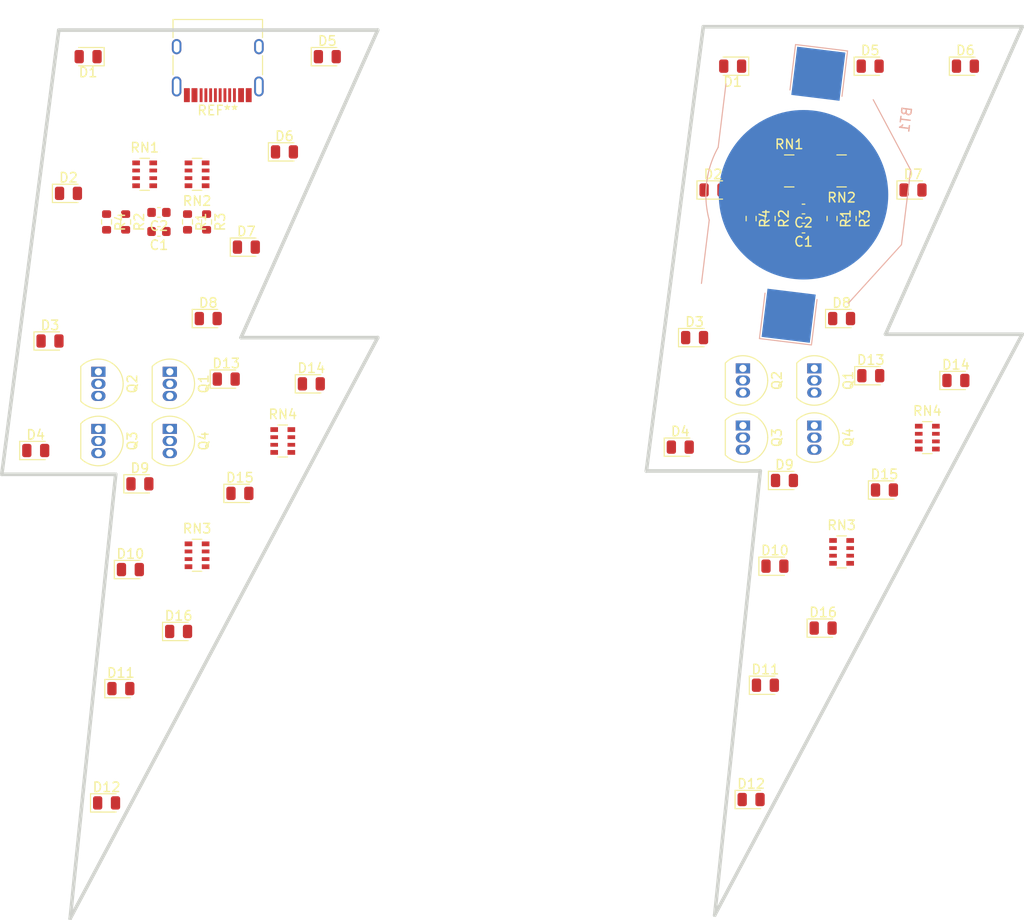
<source format=kicad_pcb>
(kicad_pcb (version 20211014) (generator pcbnew)
  (layers (0 "F.Cu" signal) (31 "B.Cu" signal) (34 "B.Paste" user) (35 "F.Paste" user) (36 "B.SilkS" user "B.Silkscreen") (37 "F.SilkS" user "F.Silkscreen") (38 "B.Mask" user) (39 "F.Mask" user) (44 "Edge.Cuts" user))
  (net 0 "")
  (net 1 "VCC")
  (net 2 "GND")
  (net 3 "/OUT2")
  (net 4 "Net-(C1-Pad2)")
  (net 5 "Net-(C2-Pad1)")
  (net 6 "/OUT1")
  (net 7 "Net-(D1-Pad2)")
  (net 8 "Net-(D2-Pad2)")
  (net 9 "Net-(D3-Pad2)")
  (net 10 "Net-(D4-Pad2)")
  (net 11 "Net-(D5-Pad2)")
  (net 12 "Net-(D6-Pad2)")
  (net 13 "Net-(D7-Pad2)")
  (net 14 "Net-(D8-Pad2)")
  (net 15 "Net-(D9-Pad2)")
  (net 16 "Net-(D10-Pad2)")
  (net 17 "Net-(D11-Pad2)")
  (net 18 "Net-(D12-Pad2)")
  (net 19 "Net-(D13-Pad2)")
  (net 20 "Net-(D14-Pad2)")
  (net 21 "Net-(D15-Pad2)")
  (net 22 "Net-(D16-Pad2)")
  (net 23 "Net-(D2-Pad1)")
  (net 24 "Net-(D9-Pad1)")
  (footprint "LED_SMD:LED_0805_2012Metric" (layer "F.Cu") (at 87 45.5)
    (fp_text reference "D8" (at 0 -1.65) (layer "F.SilkS"))
    (fp_text value "LED")
    (pad "1" smd roundrect (at -0.9375 0) (size 0.975 1.4) (layers "F.Cu" "F.Paste" "F.Mask") (net 23 "Net-(D2-Pad1)"))
    (pad "2" smd roundrect (at 0.9375 0) (size 0.975 1.4) (layers "F.Cu" "F.Paste" "F.Mask") (net 14 "Net-(D8-Pad2)"))
  )
  (footprint "LED_SMD:LED_0805_2012Metric" (layer "F.Cu") (at 145.5 84)
    (fp_text reference "D11" (at 0 -1.65) (layer "F.SilkS"))
    (fp_text value "LED")
    (pad "1" smd roundrect (at -0.9375 0) (size 0.975 1.4) (layers "F.Cu" "F.Paste" "F.Mask") (net 24 "Net-(D9-Pad1)"))
    (pad "2" smd roundrect (at 0.9375 0) (size 0.975 1.4) (layers "F.Cu" "F.Paste" "F.Mask") (net 17 "Net-(D11-Pad2)"))
  )
  (footprint "Package_TO_SOT_THT:TO-92_Inline" (layer "F.Cu") (at 82.963859 57.085075 -90)
    (fp_text reference "Q4" (at 1.27 -3.56 90) (layer "F.SilkS"))
    (fp_text value "2N3904")
    (pad "1" thru_hole rect (at 0 0 270) (size 1.05 1.5) (drill 0.75) (layers *.Cu *.Mask) (net 2 "GND"))
    (pad "2" thru_hole oval (at 1.27 0 270) (size 1.05 1.5) (drill 0.75) (layers *.Cu *.Mask) (net 3 "/OUT2"))
    (pad "3" thru_hole oval (at 2.54 0 270) (size 1.05 1.5) (drill 0.75) (layers *.Cu *.Mask) (net 24 "Net-(D9-Pad1)"))
  )
  (footprint "Package_TO_SOT_THT:TO-92_Inline" (layer "F.Cu") (at 82.963859 51.085075 -90)
    (fp_text reference "Q1" (at 1.27 -3.56 90) (layer "F.SilkS"))
    (fp_text value "2N3904")
    (pad "1" thru_hole rect (at 0 0 270) (size 1.05 1.5) (drill 0.75) (layers *.Cu *.Mask) (net 2 "GND"))
    (pad "2" thru_hole oval (at 1.27 0 270) (size 1.05 1.5) (drill 0.75) (layers *.Cu *.Mask) (net 5 "Net-(C2-Pad1)"))
    (pad "3" thru_hole oval (at 2.54 0 270) (size 1.05 1.5) (drill 0.75) (layers *.Cu *.Mask) (net 3 "/OUT2"))
  )
  (footprint "LED_SMD:LED_0805_2012Metric" (layer "F.Cu") (at 79.823859 62.855075)
    (fp_text reference "D9" (at 0 -1.65) (layer "F.SilkS"))
    (fp_text value "LED")
    (pad "1" smd roundrect (at -0.9375 0) (size 0.975 1.4) (layers "F.Cu" "F.Paste" "F.Mask") (net 24 "Net-(D9-Pad1)"))
    (pad "2" smd roundrect (at 0.9375 0) (size 0.975 1.4) (layers "F.Cu" "F.Paste" "F.Mask") (net 15 "Net-(D9-Pad2)"))
  )
  (footprint "Resistor_SMD:R_Array_Convex_4x0603" (layer "F.Cu") (at 162.5 58)
    (fp_text reference "RN4" (at 0 -2.8) (layer "F.SilkS"))
    (fp_text value "R_Pack04")
    (pad "1" smd rect (at -0.9 -1.2) (size 0.8 0.5) (layers "F.Cu" "F.Paste" "F.Mask") (net 19 "Net-(D13-Pad2)"))
    (pad "2" smd rect (at -0.9 -0.4) (size 0.8 0.4) (layers "F.Cu" "F.Paste" "F.Mask") (net 20 "Net-(D14-Pad2)"))
    (pad "3" smd rect (at -0.9 0.4) (size 0.8 0.4) (layers "F.Cu" "F.Paste" "F.Mask") (net 21 "Net-(D15-Pad2)"))
    (pad "4" smd rect (at -0.9 1.2) (size 0.8 0.5) (layers "F.Cu" "F.Paste" "F.Mask") (net 22 "Net-(D16-Pad2)"))
    (pad "5" smd rect (at 0.9 1.2) (size 0.8 0.5) (layers "F.Cu" "F.Paste" "F.Mask") (net 1 "VCC"))
    (pad "6" smd rect (at 0.9 0.4) (size 0.8 0.4) (layers "F.Cu" "F.Paste" "F.Mask") (net 1 "VCC"))
    (pad "7" smd rect (at 0.9 -0.4) (size 0.8 0.4) (layers "F.Cu" "F.Paste" "F.Mask") (net 1 "VCC"))
    (pad "8" smd rect (at 0.9 -1.2) (size 0.8 0.5) (layers "F.Cu" "F.Paste" "F.Mask") (net 1 "VCC"))
  )
  (footprint "LED_SMD:LED_0805_2012Metric" (layer "F.Cu") (at 140 32)
    (fp_text reference "D2" (at 0 -1.65) (layer "F.SilkS"))
    (fp_text value "LED")
    (pad "1" smd roundrect (at -0.9375 0) (size 0.975 1.4) (layers "F.Cu" "F.Paste" "F.Mask") (net 23 "Net-(D2-Pad1)"))
    (pad "2" smd roundrect (at 0.9375 0) (size 0.975 1.4) (layers "F.Cu" "F.Paste" "F.Mask") (net 8 "Net-(D2-Pad2)"))
  )
  (footprint "LED_SMD:LED_0805_2012Metric" (layer "F.Cu") (at 144 96)
    (fp_text reference "D12" (at 0 -1.65) (layer "F.SilkS"))
    (fp_text value "LED")
    (pad "1" smd roundrect (at -0.9375 0) (size 0.975 1.4) (layers "F.Cu" "F.Paste" "F.Mask") (net 24 "Net-(D9-Pad1)"))
    (pad "2" smd roundrect (at 0.9375 0) (size 0.975 1.4) (layers "F.Cu" "F.Paste" "F.Mask") (net 18 "Net-(D12-Pad2)"))
  )
  (footprint "LED_SMD:LED_0805_2012Metric" (layer "F.Cu") (at 90.323859 63.855075)
    (fp_text reference "D15" (at 0 -1.65) (layer "F.SilkS"))
    (fp_text value "LED")
    (pad "1" smd roundrect (at -0.9375 0) (size 0.975 1.4) (layers "F.Cu" "F.Paste" "F.Mask") (net 24 "Net-(D9-Pad1)"))
    (pad "2" smd roundrect (at 0.9375 0) (size 0.975 1.4) (layers "F.Cu" "F.Paste" "F.Mask") (net 21 "Net-(D15-Pad2)"))
  )
  (footprint "LED_SMD:LED_0805_2012Metric" (layer "F.Cu") (at 88.886359 51.855075)
    (fp_text reference "D13" (at 0 -1.65) (layer "F.SilkS"))
    (fp_text value "LED")
    (pad "1" smd roundrect (at -0.9375 0) (size 0.975 1.4) (layers "F.Cu" "F.Paste" "F.Mask") (net 24 "Net-(D9-Pad1)"))
    (pad "2" smd roundrect (at 0.9375 0) (size 0.975 1.4) (layers "F.Cu" "F.Paste" "F.Mask") (net 19 "Net-(D13-Pad2)"))
  )
  (footprint "Connector_USB:USB_C_Receptacle_HRO_TYPE-C-31-M-12" (layer "F.Cu") (at 88 18 180)
    (fp_text reference "REF**" (at 0 -5.645) (layer "F.SilkS"))
    (fp_text value "USB_C_Receptacle_HRO_TYPE-C-31-M-12")
    (pad "" np_thru_hole circle (at 2.89 -2.6 180) (size 0.65 0.65) (drill 0.65) (layers *.Cu *.Mask))
    (pad "" np_thru_hole circle (at -2.89 -2.6 180) (size 0.65 0.65) (drill 0.65) (layers *.Cu *.Mask))
    (pad "A1" smd rect (at -3.25 -4.045 180) (size 0.6 1.45) (layers "F.Cu" "F.Paste" "F.Mask"))
    (pad "A4" smd rect (at -2.45 -4.045 180) (size 0.6 1.45) (layers "F.Cu" "F.Paste" "F.Mask"))
    (pad "A5" smd rect (at -1.25 -4.045 180) (size 0.3 1.45) (layers "F.Cu" "F.Paste" "F.Mask"))
    (pad "A6" smd rect (at -0.25 -4.045 180) (size 0.3 1.45) (layers "F.Cu" "F.Paste" "F.Mask"))
    (pad "A7" smd rect (at 0.25 -4.045 180) (size 0.3 1.45) (layers "F.Cu" "F.Paste" "F.Mask"))
    (pad "A8" smd rect (at 1.25 -4.045 180) (size 0.3 1.45) (layers "F.Cu" "F.Paste" "F.Mask"))
    (pad "A9" smd rect (at 2.45 -4.045 180) (size 0.6 1.45) (layers "F.Cu" "F.Paste" "F.Mask"))
    (pad "A12" smd rect (at 3.25 -4.045 180) (size 0.6 1.45) (layers "F.Cu" "F.Paste" "F.Mask"))
    (pad "B1" smd rect (at 3.25 -4.045 180) (size 0.6 1.45) (layers "F.Cu" "F.Paste" "F.Mask"))
    (pad "B4" smd rect (at 2.45 -4.045 180) (size 0.6 1.45) (layers "F.Cu" "F.Paste" "F.Mask"))
    (pad "B5" smd rect (at 1.75 -4.045 180) (size 0.3 1.45) (layers "F.Cu" "F.Paste" "F.Mask"))
    (pad "B6" smd rect (at 0.75 -4.045 180) (size 0.3 1.45) (layers "F.Cu" "F.Paste" "F.Mask"))
    (pad "B7" smd rect (at -0.75 -4.045 180) (size 0.3 1.45) (layers "F.Cu" "F.Paste" "F.Mask"))
    (pad "B8" smd rect (at -1.75 -4.045 180) (size 0.3 1.45) (layers "F.Cu" "F.Paste" "F.Mask"))
    (pad "B9" smd rect (at -2.45 -4.045 180) (size 0.6 1.45) (layers "F.Cu" "F.Paste" "F.Mask"))
    (pad "B12" smd rect (at -3.25 -4.045 180) (size 0.6 1.45) (layers "F.Cu" "F.Paste" "F.Mask"))
    (pad "S1" thru_hole oval (at 4.32 -3.13 180) (size 1 2.1) (drill oval 0.6 1.7) (layers *.Cu *.Mask))
    (pad "S1" thru_hole oval (at -4.32 1.05 180) (size 1 1.6) (drill oval 0.6 1.2) (layers *.Cu *.Mask))
    (pad "S1" thru_hole oval (at -4.32 -3.13 180) (size 1 2.1) (drill oval 0.6 1.7) (layers *.Cu *.Mask))
    (pad "S1" thru_hole oval (at 4.32 1.05 180) (size 1 1.6) (drill oval 0.6 1.2) (layers *.Cu *.Mask))
  )
  (footprint "LED_SMD:LED_0805_2012Metric" (layer "F.Cu") (at 166.5 19)
    (fp_text reference "D6" (at 0 -1.65) (layer "F.SilkS"))
    (fp_text value "LED")
    (pad "1" smd roundrect (at -0.9375 0) (size 0.975 1.4) (layers "F.Cu" "F.Paste" "F.Mask") (net 23 "Net-(D2-Pad1)"))
    (pad "2" smd roundrect (at 0.9375 0) (size 0.975 1.4) (layers "F.Cu" "F.Paste" "F.Mask") (net 12 "Net-(D6-Pad2)"))
  )
  (footprint "LED_SMD:LED_0805_2012Metric" (layer "F.Cu") (at 70.386359 47.855075)
    (fp_text reference "D3" (at 0 -1.65) (layer "F.SilkS"))
    (fp_text value "LED")
    (pad "1" smd roundrect (at -0.9375 0) (size 0.975 1.4) (layers "F.Cu" "F.Paste" "F.Mask") (net 23 "Net-(D2-Pad1)"))
    (pad "2" smd roundrect (at 0.9375 0) (size 0.975 1.4) (layers "F.Cu" "F.Paste" "F.Mask") (net 9 "Net-(D3-Pad2)"))
  )
  (footprint "LED_SMD:LED_0805_2012Metric" (layer "F.Cu") (at 74.386359 18 180)
    (fp_text reference "D1" (at 0 -1.65) (layer "F.SilkS"))
    (fp_text value "LED")
    (pad "1" smd roundrect (at -0.9375 0 180) (size 0.975 1.4) (layers "F.Cu" "F.Paste" "F.Mask") (net 23 "Net-(D2-Pad1)"))
    (pad "2" smd roundrect (at 0.9375 0 180) (size 0.975 1.4) (layers "F.Cu" "F.Paste" "F.Mask") (net 7 "Net-(D1-Pad2)"))
  )
  (footprint "Capacitor_SMD:C_0603_1608Metric" (layer "F.Cu") (at 81.823859 36.355075 180)
    (fp_text reference "C1" (at 0 -1.43) (layer "F.SilkS"))
    (fp_text value "C")
    (pad "1" smd roundrect (at -0.775 0 180) (size 0.9 0.95) (layers "F.Cu" "F.Paste" "F.Mask") (net 3 "/OUT2"))
    (pad "2" smd roundrect (at 0.775 0 180) (size 0.9 0.95) (layers "F.Cu" "F.Paste" "F.Mask") (net 4 "Net-(C1-Pad2)"))
  )
  (footprint "Capacitor_SMD:C_0603_1608Metric" (layer "F.Cu") (at 149.5 36 180)
    (fp_text reference "C1" (at 0 -1.43) (layer "F.SilkS"))
    (fp_text value "C")
    (pad "1" smd roundrect (at -0.775 0 180) (size 0.9 0.95) (layers "F.Cu" "F.Paste" "F.Mask") (net 3 "/OUT2"))
    (pad "2" smd roundrect (at 0.775 0 180) (size 0.9 0.95) (layers "F.Cu" "F.Paste" "F.Mask") (net 4 "Net-(C1-Pad2)"))
  )
  (footprint "LED_SMD:LED_0805_2012Metric" (layer "F.Cu") (at 68.886359 59.355075)
    (fp_text reference "D4" (at 0 -1.65) (layer "F.SilkS"))
    (fp_text value "LED")
    (pad "1" smd roundrect (at -0.9375 0) (size 0.975 1.4) (layers "F.Cu" "F.Paste" "F.Mask") (net 23 "Net-(D2-Pad1)"))
    (pad "2" smd roundrect (at 0.9375 0) (size 0.975 1.4) (layers "F.Cu" "F.Paste" "F.Mask") (net 10 "Net-(D4-Pad2)"))
  )
  (footprint "LED_SMD:LED_0805_2012Metric" (layer "F.Cu") (at 142.0625 19 180)
    (fp_text reference "D1" (at 0 -1.65) (layer "F.SilkS"))
    (fp_text value "LED")
    (pad "1" smd roundrect (at -0.9375 0 180) (size 0.975 1.4) (layers "F.Cu" "F.Paste" "F.Mask") (net 23 "Net-(D2-Pad1)"))
    (pad "2" smd roundrect (at 0.9375 0 180) (size 0.975 1.4) (layers "F.Cu" "F.Paste" "F.Mask") (net 7 "Net-(D1-Pad2)"))
  )
  (footprint "LED_SMD:LED_0805_2012Metric" (layer "F.Cu") (at 95 28)
    (fp_text reference "D6" (at 0 -1.65) (layer "F.SilkS"))
    (fp_text value "LED")
    (pad "1" smd roundrect (at -0.9375 0) (size 0.975 1.4) (layers "F.Cu" "F.Paste" "F.Mask") (net 23 "Net-(D2-Pad1)"))
    (pad "2" smd roundrect (at 0.9375 0) (size 0.975 1.4) (layers "F.Cu" "F.Paste" "F.Mask") (net 12 "Net-(D6-Pad2)"))
  )
  (footprint "Package_TO_SOT_THT:TO-92_Inline" (layer "F.Cu") (at 150.64 56.73 -90)
    (fp_text reference "Q4" (at 1.27 -3.56 90) (layer "F.SilkS"))
    (fp_text value "2N3904")
    (pad "1" thru_hole rect (at 0 0 270) (size 1.05 1.5) (drill 0.75) (layers *.Cu *.Mask) (net 2 "GND"))
    (pad "2" thru_hole oval (at 1.27 0 270) (size 1.05 1.5) (drill 0.75) (layers *.Cu *.Mask) (net 3 "/OUT2"))
    (pad "3" thru_hole oval (at 2.54 0 270) (size 1.05 1.5) (drill 0.75) (layers *.Cu *.Mask) (net 24 "Net-(D9-Pad1)"))
  )
  (footprint "LED_SMD:LED_0805_2012Metric" (layer "F.Cu") (at 91 38)
    (fp_text reference "D7" (at 0 -1.65) (layer "F.SilkS"))
    (fp_text value "LED")
    (pad "1" smd roundrect (at -0.9375 0) (size 0.975 1.4) (layers "F.Cu" "F.Paste" "F.Mask") (net 23 "Net-(D2-Pad1)"))
    (pad "2" smd roundrect (at 0.9375 0) (size 0.975 1.4) (layers "F.Cu" "F.Paste" "F.Mask") (net 13 "Net-(D7-Pad2)"))
  )
  (footprint "Resistor_SMD:R_0603_1608Metric" (layer "F.Cu") (at 78.323859 35.355075 -90)
    (fp_text reference "R2" (at 0 -1.43 90) (layer "F.SilkS"))
    (fp_text value "R")
    (pad "1" smd roundrect (at -0.825 0 270) (size 0.8 0.95) (layers "F.Cu" "F.Paste" "F.Mask") (net 1 "VCC"))
    (pad "2" smd roundrect (at 0.825 0 270) (size 0.8 0.95) (layers "F.Cu" "F.Paste" "F.Mask") (net 4 "Net-(C1-Pad2)"))
  )
  (footprint "Resistor_SMD:R_0603_1608Metric" (layer "F.Cu") (at 146 35 -90)
    (fp_text reference "R2" (at 0 -1.43 90) (layer "F.SilkS"))
    (fp_text value "R")
    (pad "1" smd roundrect (at -0.825 0 270) (size 0.8 0.95) (layers "F.Cu" "F.Paste" "F.Mask") (net 1 "VCC"))
    (pad "2" smd roundrect (at 0.825 0 270) (size 0.8 0.95) (layers "F.Cu" "F.Paste" "F.Mask") (net 4 "Net-(C1-Pad2)"))
  )
  (footprint "Resistor_SMD:R_Array_Convex_4x0603" (layer "F.Cu") (at 80.323859 30.355075)
    (fp_text reference "RN1" (at 0 -2.8) (layer "F.SilkS"))
    (fp_text value "R_Pack04")
    (pad "1" smd rect (at -0.9 -1.2) (size 0.8 0.5) (layers "F.Cu" "F.Paste" "F.Mask") (net 7 "Net-(D1-Pad2)"))
    (pad "2" smd rect (at -0.9 -0.4) (size 0.8 0.4) (layers "F.Cu" "F.Paste" "F.Mask") (net 8 "Net-(D2-Pad2)"))
    (pad "3" smd rect (at -0.9 0.4) (size 0.8 0.4) (layers "F.Cu" "F.Paste" "F.Mask") (net 9 "Net-(D3-Pad2)"))
    (pad "4" smd rect (at -0.9 1.2) (size 0.8 0.5) (layers "F.Cu" "F.Paste" "F.Mask") (net 10 "Net-(D4-Pad2)"))
    (pad "5" smd rect (at 0.9 1.2) (size 0.8 0.5) (layers "F.Cu" "F.Paste" "F.Mask") (net 1 "VCC"))
    (pad "6" smd rect (at 0.9 0.4) (size 0.8 0.4) (layers "F.Cu" "F.Paste" "F.Mask") (net 1 "VCC"))
    (pad "7" smd rect (at 0.9 -0.4) (size 0.8 0.4) (layers "F.Cu" "F.Paste" "F.Mask") (net 1 "VCC"))
    (pad "8" smd rect (at 0.9 -1.2) (size 0.8 0.5) (layers "F.Cu" "F.Paste" "F.Mask") (net 1 "VCC"))
  )
  (footprint "Resistor_SMD:R_Array_Convex_4x0603" (layer "F.Cu") (at 153.5 30 180)
    (fp_text reference "RN2" (at 0 -2.8) (layer "F.SilkS"))
    (fp_text value "R_Pack04")
    (pad "1" smd rect (at -0.9 -1.2 180) (size 0.8 0.5) (layers "F.Cu" "F.Paste" "F.Mask") (net 11 "Net-(D5-Pad2)"))
    (pad "2" smd rect (at -0.9 -0.4 180) (size 0.8 0.4) (layers "F.Cu" "F.Paste" "F.Mask") (net 12 "Net-(D6-Pad2)"))
    (pad "3" smd rect (at -0.9 0.4 180) (size 0.8 0.4) (layers "F.Cu" "F.Paste" "F.Mask") (net 13 "Net-(D7-Pad2)"))
    (pad "4" smd rect (at -0.9 1.2 180) (size 0.8 0.5) (layers "F.Cu" "F.Paste" "F.Mask") (net 14 "Net-(D8-Pad2)"))
    (pad "5" smd rect (at 0.9 1.2 180) (size 0.8 0.5) (layers "F.Cu" "F.Paste" "F.Mask") (net 1 "VCC"))
    (pad "6" smd rect (at 0.9 0.4 180) (size 0.8 0.4) (layers "F.Cu" "F.Paste" "F.Mask") (net 1 "VCC"))
    (pad "7" smd rect (at 0.9 -0.4 180) (size 0.8 0.4) (layers "F.Cu" "F.Paste" "F.Mask") (net 1 "VCC"))
    (pad "8" smd rect (at 0.9 -1.2 180) (size 0.8 0.5) (layers "F.Cu" "F.Paste" "F.Mask") (net 1 "VCC"))
  )
  (footprint "LED_SMD:LED_0805_2012Metric" (layer "F.Cu") (at 151.5625 78)
    (fp_text reference "D16" (at 0 -1.65) (layer "F.SilkS"))
    (fp_text value "LED")
    (pad "1" smd roundrect (at -0.9375 0) (size 0.975 1.4) (layers "F.Cu" "F.Paste" "F.Mask") (net 24 "Net-(D9-Pad1)"))
    (pad "2" smd roundrect (at 0.9375 0) (size 0.975 1.4) (layers "F.Cu" "F.Paste" "F.Mask") (net 22 "Net-(D16-Pad2)"))
  )
  (footprint "Resistor_SMD:R_0603_1608Metric" (layer "F.Cu") (at 76.323859 35.355075 -90)
    (fp_text reference "R4" (at 0 -1.43 90) (layer "F.SilkS"))
    (fp_text value "R")
    (pad "1" smd roundrect (at -0.825 0 270) (size 0.8 0.95) (layers "F.Cu" "F.Paste" "F.Mask") (net 1 "VCC"))
    (pad "2" smd roundrect (at 0.825 0 270) (size 0.8 0.95) (layers "F.Cu" "F.Paste" "F.Mask") (net 6 "/OUT1"))
  )
  (footprint "Package_TO_SOT_THT:TO-92_Inline" (layer "F.Cu") (at 75.463859 57.085075 -90)
    (fp_text reference "Q3" (at 1.27 -3.56 90) (layer "F.SilkS"))
    (fp_text value "2N3904")
    (pad "1" thru_hole rect (at 0 0 270) (size 1.05 1.5) (drill 0.75) (layers *.Cu *.Mask) (net 2 "GND"))
    (pad "2" thru_hole oval (at 1.27 0 270) (size 1.05 1.5) (drill 0.75) (layers *.Cu *.Mask) (net 6 "/OUT1"))
    (pad "3" thru_hole oval (at 2.54 0 270) (size 1.05 1.5) (drill 0.75) (layers *.Cu *.Mask) (net 23 "Net-(D2-Pad1)"))
  )
  (footprint "Capacitor_SMD:C_0603_1608Metric" (layer "F.Cu") (at 81.823859 34.355075 180)
    (fp_text reference "C2" (at 0 -1.43) (layer "F.SilkS"))
    (fp_text value "C")
    (pad "1" smd roundrect (at -0.775 0 180) (size 0.9 0.95) (layers "F.Cu" "F.Paste" "F.Mask") (net 5 "Net-(C2-Pad1)"))
    (pad "2" smd roundrect (at 0.775 0 180) (size 0.9 0.95) (layers "F.Cu" "F.Paste" "F.Mask") (net 6 "/OUT1"))
  )
  (footprint "LED_SMD:LED_0805_2012Metric" (layer "F.Cu") (at 147.5 62.5)
    (fp_text reference "D9" (at 0 -1.65) (layer "F.SilkS"))
    (fp_text value "LED")
    (pad "1" smd roundrect (at -0.9375 0) (size 0.975 1.4) (layers "F.Cu" "F.Paste" "F.Mask") (net 24 "Net-(D9-Pad1)"))
    (pad "2" smd roundrect (at 0.9375 0) (size 0.975 1.4) (layers "F.Cu" "F.Paste" "F.Mask") (net 15 "Net-(D9-Pad2)"))
  )
  (footprint "LED_SMD:LED_0805_2012Metric" (layer "F.Cu") (at 99.5 18)
    (fp_text reference "D5" (at 0 -1.65) (layer "F.SilkS"))
    (fp_text value "LED")
    (pad "1" smd roundrect (at -0.9375 0) (size 0.975 1.4) (layers "F.Cu" "F.Paste" "F.Mask") (net 23 "Net-(D2-Pad1)"))
    (pad "2" smd roundrect (at 0.9375 0) (size 0.975 1.4) (layers "F.Cu" "F.Paste" "F.Mask") (net 11 "Net-(D5-Pad2)"))
  )
  (footprint "Package_TO_SOT_THT:TO-92_Inline" (layer "F.Cu") (at 143.14 56.73 -90)
    (fp_text reference "Q3" (at 1.27 -3.56 90) (layer "F.SilkS"))
    (fp_text value "2N3904")
    (pad "1" thru_hole rect (at 0 0 270) (size 1.05 1.5) (drill 0.75) (layers *.Cu *.Mask) (net 2 "GND"))
    (pad "2" thru_hole oval (at 1.27 0 270) (size 1.05 1.5) (drill 0.75) (layers *.Cu *.Mask) (net 6 "/OUT1"))
    (pad "3" thru_hole oval (at 2.54 0 270) (size 1.05 1.5) (drill 0.75) (layers *.Cu *.Mask) (net 23 "Net-(D2-Pad1)"))
  )
  (footprint "Resistor_SMD:R_0603_1608Metric" (layer "F.Cu") (at 86.823859 35.355075 -90)
    (fp_text reference "R3" (at 0 -1.43 90) (layer "F.SilkS"))
    (fp_text value "R")
    (pad "1" smd roundrect (at -0.825 0 270) (size 0.8 0.95) (layers "F.Cu" "F.Paste" "F.Mask") (net 1 "VCC"))
    (pad "2" smd roundrect (at 0.825 0 270) (size 0.8 0.95) (layers "F.Cu" "F.Paste" "F.Mask") (net 5 "Net-(C2-Pad1)"))
  )
  (footprint "LED_SMD:LED_0805_2012Metric" (layer "F.Cu") (at 158 63.5)
    (fp_text reference "D15" (at 0 -1.65) (layer "F.SilkS"))
    (fp_text value "LED")
    (pad "1" smd roundrect (at -0.9375 0) (size 0.975 1.4) (layers "F.Cu" "F.Paste" "F.Mask") (net 24 "Net-(D9-Pad1)"))
    (pad "2" smd roundrect (at 0.9375 0) (size 0.975 1.4) (layers "F.Cu" "F.Paste" "F.Mask") (net 21 "Net-(D15-Pad2)"))
  )
  (footprint "LED_SMD:LED_0805_2012Metric" (layer "F.Cu") (at 146.5 71.5)
    (fp_text reference "D10" (at 0 -1.65) (layer "F.SilkS"))
    (fp_text value "LED")
    (pad "1" smd roundrect (at -0.9375 0) (size 0.975 1.4) (layers "F.Cu" "F.Paste" "F.Mask") (net 24 "Net-(D9-Pad1)"))
    (pad "2" smd roundrect (at 0.9375 0) (size 0.975 1.4) (layers "F.Cu" "F.Paste" "F.Mask") (net 16 "Net-(D10-Pad2)"))
  )
  (footprint "LED_SMD:LED_0805_2012Metric" (layer "F.Cu") (at 165.5 52)
    (fp_text reference "D14" (at 0 -1.65) (layer "F.SilkS"))
    (fp_text value "LED")
    (pad "1" smd roundrect (at -0.9375 0) (size 0.975 1.4) (layers "F.Cu" "F.Paste" "F.Mask") (net 24 "Net-(D9-Pad1)"))
    (pad "2" smd roundrect (at 0.9375 0) (size 0.975 1.4) (layers "F.Cu" "F.Paste" "F.Mask") (net 20 "Net-(D14-Pad2)"))
  )
  (footprint "LED_SMD:LED_0805_2012Metric" (layer "F.Cu") (at 77.823859 84.355075)
    (fp_text reference "D11" (at 0 -1.65) (layer "F.SilkS"))
    (fp_text value "LED")
    (pad "1" smd roundrect (at -0.9375 0) (size 0.975 1.4) (layers "F.Cu" "F.Paste" "F.Mask") (net 24 "Net-(D9-Pad1)"))
    (pad "2" smd roundrect (at 0.9375 0) (size 0.975 1.4) (layers "F.Cu" "F.Paste" "F.Mask") (net 17 "Net-(D11-Pad2)"))
  )
  (footprint "Resistor_SMD:R_0603_1608Metric" (layer "F.Cu") (at 154.5 35 -90)
    (fp_text reference "R3" (at 0 -1.43 90) (layer "F.SilkS"))
    (fp_text value "R")
    (pad "1" smd roundrect (at -0.825 0 270) (size 0.8 0.95) (layers "F.Cu" "F.Paste" "F.Mask") (net 1 "VCC"))
    (pad "2" smd roundrect (at 0.825 0 270) (size 0.8 0.95) (layers "F.Cu" "F.Paste" "F.Mask") (net 5 "Net-(C2-Pad1)"))
  )
  (footprint "LED_SMD:LED_0805_2012Metric" (layer "F.Cu") (at 161 32)
    (fp_text reference "D7" (at 0 -1.65) (layer "F.SilkS"))
    (fp_text value "LED")
    (pad "1" smd roundrect (at -0.9375 0) (size 0.975 1.4) (layers "F.Cu" "F.Paste" "F.Mask") (net 23 "Net-(D2-Pad1)"))
    (pad "2" smd roundrect (at 0.9375 0) (size 0.975 1.4) (layers "F.Cu" "F.Paste" "F.Mask") (net 13 "Net-(D7-Pad2)"))
  )
  (footprint "Resistor_SMD:R_Array_Convex_4x0603" (layer "F.Cu") (at 94.823859 58.355075)
    (fp_text reference "RN4" (at 0 -2.8) (layer "F.SilkS"))
    (fp_text value "R_Pack04")
    (pad "1" smd rect (at -0.9 -1.2) (size 0.8 0.5) (layers "F.Cu" "F.Paste" "F.Mask") (net 19 "Net-(D13-Pad2)"))
    (pad "2" smd rect (at -0.9 -0.4) (size 0.8 0.4) (layers "F.Cu" "F.Paste" "F.Mask") (net 20 "Net-(D14-Pad2)"))
    (pad "3" smd rect (at -0.9 0.4) (size 0.8 0.4) (layers "F.Cu" "F.Paste" "F.Mask") (net 21 "Net-(D15-Pad2)"))
    (pad "4" smd rect (at -0.9 1.2) (size 0.8 0.5) (layers "F.Cu" "F.Paste" "F.Mask") (net 22 "Net-(D16-Pad2)"))
    (pad "5" smd rect (at 0.9 1.2) (size 0.8 0.5) (layers "F.Cu" "F.Paste" "F.Mask") (net 1 "VCC"))
    (pad "6" smd rect (at 0.9 0.4) (size 0.8 0.4) (layers "F.Cu" "F.Paste" "F.Mask") (net 1 "VCC"))
    (pad "7" smd rect (at 0.9 -0.4) (size 0.8 0.4) (layers "F.Cu" "F.Paste" "F.Mask") (net 1 "VCC"))
    (pad "8" smd rect (at 0.9 -1.2) (size 0.8 0.5) (layers "F.Cu" "F.Paste" "F.Mask") (net 1 "VCC"))
  )
  (footprint "Resistor_SMD:R_Array_Convex_4x0603" (layer "F.Cu") (at 153.5 70)
    (fp_text reference "RN3" (at 0 -2.8) (layer "F.SilkS"))
    (fp_text value "R_Pack04")
    (pad "1" smd rect (at -0.9 -1.2) (size 0.8 0.5) (layers "F.Cu" "F.Paste" "F.Mask") (net 15 "Net-(D9-Pad2)"))
    (pad "2" smd rect (at -0.9 -0.4) (size 0.8 0.4) (layers "F.Cu" "F.Paste" "F.Mask") (net 16 "Net-(D10-Pad2)"))
    (pad "3" smd rect (at -0.9 0.4) (size 0.8 0.4) (layers "F.Cu" "F.Paste" "F.Mask") (net 17 "Net-(D11-Pad2)"))
    (pad "4" smd rect (at -0.9 1.2) (size 0.8 0.5) (layers "F.Cu" "F.Paste" "F.Mask") (net 18 "Net-(D12-Pad2)"))
    (pad "5" smd rect (at 0.9 1.2) (size 0.8 0.5) (layers "F.Cu" "F.Paste" "F.Mask") (net 1 "VCC"))
    (pad "6" smd rect (at 0.9 0.4) (size 0.8 0.4) (layers "F.Cu" "F.Paste" "F.Mask") (net 1 "VCC"))
    (pad "7" smd rect (at 0.9 -0.4) (size 0.8 0.4) (layers "F.Cu" "F.Paste" "F.Mask") (net 1 "VCC"))
    (pad "8" smd rect (at 0.9 -1.2) (size 0.8 0.5) (layers "F.Cu" "F.Paste" "F.Mask") (net 1 "VCC"))
  )
  (footprint "LED_SMD:LED_0805_2012Metric" (layer "F.Cu") (at 83.886359 78.355075)
    (fp_text reference "D16" (at 0 -1.65) (layer "F.SilkS"))
    (fp_text value "LED")
    (pad "1" smd roundrect (at -0.9375 0) (size 0.975 1.4) (layers "F.Cu" "F.Paste" "F.Mask") (net 24 "Net-(D9-Pad1)"))
    (pad "2" smd roundrect (at 0.9375 0) (size 0.975 1.4) (layers "F.Cu" "F.Paste" "F.Mask") (net 22 "Net-(D16-Pad2)"))
  )
  (footprint "Package_TO_SOT_THT:TO-92_Inline" (layer "F.Cu") (at 150.64 50.73 -90)
    (fp_text reference "Q1" (at 1.27 -3.56 90) (layer "F.SilkS"))
    (fp_text value "2N3904")
    (pad "1" thru_hole rect (at 0 0 270) (size 1.05 1.5) (drill 0.75) (layers *.Cu *.Mask) (net 2 "GND"))
    (pad "2" thru_hole oval (at 1.27 0 270) (size 1.05 1.5) (drill 0.75) (layers *.Cu *.Mask) (net 5 "Net-(C2-Pad1)"))
    (pad "3" thru_hole oval (at 2.54 0 270) (size 1.05 1.5) (drill 0.75) (layers *.Cu *.Mask) (net 3 "/OUT2"))
  )
  (footprint "LED_SMD:LED_0805_2012Metric" (layer "F.Cu") (at 138.0625 47.5)
    (fp_text reference "D3" (at 0 -1.65) (layer "F.SilkS"))
    (fp_text value "LED")
    (pad "1" smd roundrect (at -0.9375 0) (size 0.975 1.4) (layers "F.Cu" "F.Paste" "F.Mask") (net 23 "Net-(D2-Pad1)"))
    (pad "2" smd roundrect (at 0.9375 0) (size 0.975 1.4) (layers "F.Cu" "F.Paste" "F.Mask") (net 9 "Net-(D3-Pad2)"))
  )
  (footprint "Resistor_SMD:R_0603_1608Metric" (layer "F.Cu") (at 144 35 -90)
    (fp_text reference "R4" (at 0 -1.43 90) (layer "F.SilkS"))
    (fp_text value "R")
    (pad "1" smd roundrect (at -0.825 0 270) (size 0.8 0.95) (layers "F.Cu" "F.Paste" "F.Mask") (net 1 "VCC"))
    (pad "2" smd roundrect (at 0.825 0 270) (size 0.8 0.95) (layers "F.Cu" "F.Paste" "F.Mask") (net 6 "/OUT1"))
  )
  (footprint "Resistor_SMD:R_0603_1608Metric" (layer "F.Cu") (at 152.5 35 -90)
    (fp_text reference "R1" (at 0 -1.43 90) (layer "F.SilkS"))
    (fp_text value "R")
    (pad "1" smd roundrect (at -0.825 0 270) (size 0.8 0.95) (layers "F.Cu" "F.Paste" "F.Mask") (net 1 "VCC"))
    (pad "2" smd roundrect (at 0.825 0 270) (size 0.8 0.95) (layers "F.Cu" "F.Paste" "F.Mask") (net 3 "/OUT2"))
  )
  (footprint "Resistor_SMD:R_0603_1608Metric" (layer "F.Cu") (at 84.823859 35.355075 -90)
    (fp_text reference "R1" (at 0 -1.43 90) (layer "F.SilkS"))
    (fp_text value "R")
    (pad "1" smd roundrect (at -0.825 0 270) (size 0.8 0.95) (layers "F.Cu" "F.Paste" "F.Mask") (net 1 "VCC"))
    (pad "2" smd roundrect (at 0.825 0 270) (size 0.8 0.95) (layers "F.Cu" "F.Paste" "F.Mask") (net 3 "/OUT2"))
  )
  (footprint "Resistor_SMD:R_Array_Convex_4x0603" (layer "F.Cu") (at 148 30)
    (fp_text reference "RN1" (at 0 -2.8) (layer "F.SilkS"))
    (fp_text value "R_Pack04")
    (pad "1" smd rect (at -0.9 -1.2) (size 0.8 0.5) (layers "F.Cu" "F.Paste" "F.Mask") (net 7 "Net-(D1-Pad2)"))
    (pad "2" smd rect (at -0.9 -0.4) (size 0.8 0.4) (layers "F.Cu" "F.Paste" "F.Mask") (net 8 "Net-(D2-Pad2)"))
    (pad "3" smd rect (at -0.9 0.4) (size 0.8 0.4) (layers "F.Cu" "F.Paste" "F.Mask") (net 9 "Net-(D3-Pad2)"))
    (pad "4" smd rect (at -0.9 1.2) (size 0.8 0.5) (layers "F.Cu" "F.Paste" "F.Mask") (net 10 "Net-(D4-Pad2)"))
    (pad "5" smd rect (at 0.9 1.2) (size 0.8 0.5) (layers "F.Cu" "F.Paste" "F.Mask") (net 1 "VCC"))
    (pad "6" smd rect (at 0.9 0.4) (size 0.8 0.4) (layers "F.Cu" "F.Paste" "F.Mask") (net 1 "VCC"))
    (pad "7" smd rect (at 0.9 -0.4) (size 0.8 0.4) (layers "F.Cu" "F.Paste" "F.Mask") (net 1 "VCC"))
    (pad "8" smd rect (at 0.9 -1.2) (size 0.8 0.5) (layers "F.Cu" "F.Paste" "F.Mask") (net 1 "VCC"))
  )
  (footprint "Package_TO_SOT_THT:TO-92_Inline" (layer "F.Cu") (at 75.463859 51.085075 -90)
    (fp_text reference "Q2" (at 1.27 -3.56 90) (layer "F.SilkS"))
    (fp_text value "2N3904")
    (pad "1" thru_hole rect (at 0 0 270) (size 1.05 1.5) (drill 0.75) (layers *.Cu *.Mask) (net 2 "GND"))
    (pad "2" thru_hole oval (at 1.27 0 270) (size 1.05 1.5) (drill 0.75) (layers *.Cu *.Mask) (net 4 "Net-(C1-Pad2)"))
    (pad "3" thru_hole oval (at 2.54 0 270) (size 1.05 1.5) (drill 0.75) (layers *.Cu *.Mask) (net 6 "/OUT1"))
  )
  (footprint "Resistor_SMD:R_Array_Convex_4x0603" (layer "F.Cu") (at 85.823859 70.355075)
    (fp_text reference "RN3" (at 0 -2.8) (layer "F.SilkS"))
    (fp_text value "R_Pack04")
    (pad "1" smd rect (at -0.9 -1.2) (size 0.8 0.5) (layers "F.Cu" "F.Paste" "F.Mask") (net 15 "Net-(D9-Pad2)"))
    (pad "2" smd rect (at -0.9 -0.4) (size 0.8 0.4) (layers "F.Cu" "F.Paste" "F.Mask") (net 16 "Net-(D10-Pad2)"))
    (pad "3" smd rect (at -0.9 0.4) (size 0.8 0.4) (layers "F.Cu" "F.Paste" "F.Mask") (net 17 "Net-(D11-Pad2)"))
    (pad "4" smd rect (at -0.9 1.2) (size 0.8 0.5) (layers "F.Cu" "F.Paste" "F.Mask") (net 18 "Net-(D12-Pad2)"))
    (pad "5" smd rect (at 0.9 1.2) (size 0.8 0.5) (layers "F.Cu" "F.Paste" "F.Mask") (net 1 "VCC"))
    (pad "6" smd rect (at 0.9 0.4) (size 0.8 0.4) (layers "F.Cu" "F.Paste" "F.Mask") (net 1 "VCC"))
    (pad "7" smd rect (at 0.9 -0.4) (size 0.8 0.4) (layers "F.Cu" "F.Paste" "F.Mask") (net 1 "VCC"))
    (pad "8" smd rect (at 0.9 -1.2) (size 0.8 0.5) (layers "F.Cu" "F.Paste" "F.Mask") (net 1 "VCC"))
  )
  (footprint "LED_SMD:LED_0805_2012Metric" (layer "F.Cu") (at 156.5625 51.5)
    (fp_text reference "D13" (at 0 -1.65) (layer "F.SilkS"))
    (fp_text value "LED")
    (pad "1" smd roundrect (at -0.9375 0) (size 0.975 1.4) (layers "F.Cu" "F.Paste" "F.Mask") (net 24 "Net-(D9-Pad1)"))
    (pad "2" smd roundrect (at 0.9375 0) (size 0.975 1.4) (layers "F.Cu" "F.Paste" "F.Mask") (net 19 "Net-(D13-Pad2)"))
  )
  (footprint "Capacitor_SMD:C_0603_1608Metric" (layer "F.Cu") (at 149.5 34 180)
    (fp_text reference "C2" (at 0 -1.43) (layer "F.SilkS"))
    (fp_text value "C")
    (pad "1" smd roundrect (at -0.775 0 180) (size 0.9 0.95) (layers "F.Cu" "F.Paste" "F.Mask") (net 5 "Net-(C2-Pad1)"))
    (pad "2" smd roundrect (at 0.775 0 180) (size 0.9 0.95) (layers "F.Cu" "F.Paste" "F.Mask") (net 6 "/OUT1"))
  )
  (footprint "LED_SMD:LED_0805_2012Metric" (layer "F.Cu") (at 97.823859 52.355075)
    (fp_text reference "D14" (at 0 -1.65) (layer "F.SilkS"))
    (fp_text value "LED")
    (pad "1" smd roundrect (at -0.9375 0) (size 0.975 1.4) (layers "F.Cu" "F.Paste" "F.Mask") (net 24 "Net-(D9-Pad1)"))
    (pad "2" smd roundrect (at 0.9375 0) (size 0.975 1.4) (layers "F.Cu" "F.Paste" "F.Mask") (net 20 "Net-(D14-Pad2)"))
  )
  (footprint "LED_SMD:LED_0805_2012Metric" (layer "F.Cu") (at 153.5 45.5)
    (fp_text reference "D8" (at 0 -1.65) (layer "F.SilkS"))
    (fp_text value "LED")
    (pad "1" smd roundrect (at -0.9375 0) (size 0.975 1.4) (layers "F.Cu" "F.Paste" "F.Mask") (net 23 "Net-(D2-Pad1)"))
    (pad "2" smd roundrect (at 0.9375 0) (size 0.975 1.4) (layers "F.Cu" "F.Paste" "F.Mask") (net 14 "Net-(D8-Pad2)"))
  )
  (footprint "LED_SMD:LED_0805_2012Metric" (layer "F.Cu") (at 76.323859 96.355075)
    (fp_text reference "D12" (at 0 -1.65) (layer "F.SilkS"))
    (fp_text value "LED")
    (pad "1" smd roundrect (at -0.9375 0) (size 0.975 1.4) (layers "F.Cu" "F.Paste" "F.Mask") (net 24 "Net-(D9-Pad1)"))
    (pad "2" smd roundrect (at 0.9375 0) (size 0.975 1.4) (layers "F.Cu" "F.Paste" "F.Mask") (net 18 "Net-(D12-Pad2)"))
  )
  (footprint "LED_SMD:LED_0805_2012Metric" (layer "F.Cu") (at 156.5 19)
    (fp_text reference "D5" (at 0 -1.65) (layer "F.SilkS"))
    (fp_text value "LED")
    (pad "1" smd roundrect (at -0.9375 0) (size 0.975 1.4) (layers "F.Cu" "F.Paste" "F.Mask") (net 23 "Net-(D2-Pad1)"))
    (pad "2" smd roundrect (at 0.9375 0) (size 0.975 1.4) (layers "F.Cu" "F.Paste" "F.Mask") (net 11 "Net-(D5-Pad2)"))
  )
  (footprint "LED_SMD:LED_0805_2012Metric" (layer "F.Cu") (at 78.823859 71.855075)
    (fp_text reference "D10" (at 0 -1.65) (layer "F.SilkS"))
    (fp_text value "LED")
    (pad "1" smd roundrect (at -0.9375 0) (size 0.975 1.4) (layers "F.Cu" "F.Paste" "F.Mask") (net 24 "Net-(D9-Pad1)"))
    (pad "2" smd roundrect (at 0.9375 0) (size 0.975 1.4) (layers "F.Cu" "F.Paste" "F.Mask") (net 16 "Net-(D10-Pad2)"))
  )
  (footprint "LED_SMD:LED_0805_2012Metric" (layer "F.Cu") (at 72.323859 32.355075)
    (fp_text reference "D2" (at 0 -1.65) (layer "F.SilkS"))
    (fp_text value "LED")
    (pad "1" smd roundrect (at -0.9375 0) (size 0.975 1.4) (layers "F.Cu" "F.Paste" "F.Mask") (net 23 "Net-(D2-Pad1)"))
    (pad "2" smd roundrect (at 0.9375 0) (size 0.975 1.4) (layers "F.Cu" "F.Paste" "F.Mask") (net 8 "Net-(D2-Pad2)"))
  )
  (footprint "Resistor_SMD:R_Array_Convex_4x0603" (layer "F.Cu") (at 85.823859 30.355075 180)
    (fp_text reference "RN2" (at 0 -2.8) (layer "F.SilkS"))
    (fp_text value "R_Pack04")
    (pad "1" smd rect (at -0.9 -1.2 180) (size 0.8 0.5) (layers "F.Cu" "F.Paste" "F.Mask") (net 11 "Net-(D5-Pad2)"))
    (pad "2" smd rect (at -0.9 -0.4 180) (size 0.8 0.4) (layers "F.Cu" "F.Paste" "F.Mask") (net 12 "Net-(D6-Pad2)"))
    (pad "3" smd rect (at -0.9 0.4 180) (size 0.8 0.4) (layers "F.Cu" "F.Paste" "F.Mask") (net 13 "Net-(D7-Pad2)"))
    (pad "4" smd rect (at -0.9 1.2 180) (size 0.8 0.5) (layers "F.Cu" "F.Paste" "F.Mask") (net 14 "Net-(D8-Pad2)"))
    (pad "5" smd rect (at 0.9 1.2 180) (size 0.8 0.5) (layers "F.Cu" "F.Paste" "F.Mask") (net 1 "VCC"))
    (pad "6" smd rect (at 0.9 0.4 180) (size 0.8 0.4) (layers "F.Cu" "F.Paste" "F.Mask") (net 1 "VCC"))
    (pad "7" smd rect (at 0.9 -0.4 180) (size 0.8 0.4) (layers "F.Cu" "F.Paste" "F.Mask") (net 1 "VCC"))
    (pad "8" smd rect (at 0.9 -1.2 180) (size 0.8 0.5) (layers "F.Cu" "F.Paste" "F.Mask") (net 1 "VCC"))
  )
  (footprint "LED_SMD:LED_0805_2012Metric" (layer "F.Cu") (at 136.5625 59)
    (fp_text reference "D4" (at 0 -1.65) (layer "F.SilkS"))
    (fp_text value "LED")
    (pad "1" smd roundrect (at -0.9375 0) (size 0.975 1.4) (layers "F.Cu" "F.Paste" "F.Mask") (net 23 "Net-(D2-Pad1)"))
    (pad "2" smd roundrect (at 0.9375 0) (size 0.975 1.4) (layers "F.Cu" "F.Paste" "F.Mask") (net 10 "Net-(D4-Pad2)"))
  )
  (footprint "Package_TO_SOT_THT:TO-92_Inline" (layer "F.Cu") (at 143.14 50.73 -90)
    (fp_text reference "Q2" (at 1.27 -3.56 90) (layer "F.SilkS"))
    (fp_text value "2N3904")
    (pad "1" thru_hole rect (at 0 0 270) (size 1.05 1.5) (drill 0.75) (layers *.Cu *.Mask) (net 2 "GND"))
    (pad "2" thru_hole oval (at 1.27 0 270) (size 1.05 1.5) (drill 0.75) (layers *.Cu *.Mask) (net 4 "Net-(C1-Pad2)"))
    (pad "3" thru_hole oval (at 2.54 0 270) (size 1.05 1.5) (drill 0.75) (layers *.Cu *.Mask) (net 6 "/OUT1"))
  )
  (footprint "Battery:BatteryHolder_Keystone_3002_1x2032" (layer "B.Cu") (at 149.5 32.5 -97)
    (fp_text reference "BT1" (at -9.15 -9.7 83) (layer "B.SilkS") (effects (justify mirror)))
    (fp_text value "Battery_Cell")
    (pad "1" smd rect (at 12.8 0 263) (size 5.1 5.1) (layers "B.Cu" "B.Paste" "B.Mask") (net 1 "VCC"))
    (pad "1" smd rect (at -12.8 0 263) (size 5.1 5.1) (layers "B.Cu" "B.Paste" "B.Mask") (net 1 "VCC"))
    (pad "2" smd circle (at 0 0 263) (size 17.8 17.8) (layers "B.Cu" "B.Mask") (net 2 "GND"))
  )
  (gr_line (start 140.176141 108.144925) (end 140.176141 108.144925) (layer "Edge.Cuts") (width 0.379805))
  (gr_line (start 172.468778 47.147717) (end 158.116496 47.147717) (layer "Edge.Cuts") (width 0.379805))
  (gr_line (start 133 61.5) (end 133 61.5) (layer "Edge.Cuts") (width 0.379805))
  (gr_line (start 172.468778 14.855076) (end 172.468778 14.855076) (layer "Edge.Cuts") (width 0.379805))
  (gr_line (start 144.960237 61.5) (end 144.960237 61.5) (layer "Edge.Cuts") (width 0.379805))
  (gr_line (start 172.468778 47.147717) (end 172.468778 47.147717) (layer "Edge.Cuts") (width 0.379805))
  (gr_line (start 158.116496 47.147717) (end 172.468778 14.855076) (layer "Edge.Cuts") (width 0.379805))
  (gr_line (start 104.792637 15.210151) (end 104.792637 15.210151) (layer "Edge.Cuts") (width 0.379805))
  (gr_line (start 72.5 108.5) (end 72.5 108.5) (layer "Edge.Cuts") (width 0.379805))
  (gr_line (start 65.323859 61.855075) (end 65.323859 61.855075) (layer "Edge.Cuts") (width 0.379805))
  (gr_line (start 71.303977 15.210151) (end 65.323859 61.855075) (layer "Edge.Cuts") (width 0.379805))
  (gr_line (start 90.440355 47.502792) (end 104.792637 15.210151) (layer "Edge.Cuts") (width 0.379805))
  (gr_line (start 65.323859 61.855075) (end 77.284096 61.855075) (layer "Edge.Cuts") (width 0.379805))
  (gr_line (start 104.792637 47.502792) (end 104.792637 47.502792) (layer "Edge.Cuts") (width 0.379805))
  (gr_line (start 172.468778 14.855076) (end 138.980118 14.855076) (layer "Edge.Cuts") (width 0.379805))
  (gr_line (start 90.440355 47.502792) (end 90.440355 47.502792) (layer "Edge.Cuts") (width 0.379805))
  (gr_line (start 140.176141 108.144925) (end 172.468778 47.147717) (layer "Edge.Cuts") (width 0.379805))
  (gr_line (start 77.284096 61.855075) (end 72.5 108.5) (layer "Edge.Cuts") (width 0.379805))
  (gr_line (start 144.960237 61.5) (end 140.176141 108.144925) (layer "Edge.Cuts") (width 0.379805))
  (gr_line (start 133 61.5) (end 144.960237 61.5) (layer "Edge.Cuts") (width 0.379805))
  (gr_line (start 72.5 108.5) (end 104.792637 47.502792) (layer "Edge.Cuts") (width 0.379805))
  (gr_line (start 77.284096 61.855075) (end 77.284096 61.855075) (layer "Edge.Cuts") (width 0.379805))
  (gr_line (start 158.116496 47.147717) (end 158.116496 47.147717) (layer "Edge.Cuts") (width 0.379805))
  (gr_line (start 104.792637 47.502792) (end 90.440355 47.502792) (layer "Edge.Cuts") (width 0.379805))
  (gr_line (start 138.980118 14.855076) (end 133 61.5) (layer "Edge.Cuts") (width 0.379805))
  (gr_line (start 104.792637 15.210151) (end 71.303977 15.210151) (layer "Edge.Cuts") (width 0.379805))
)
</source>
